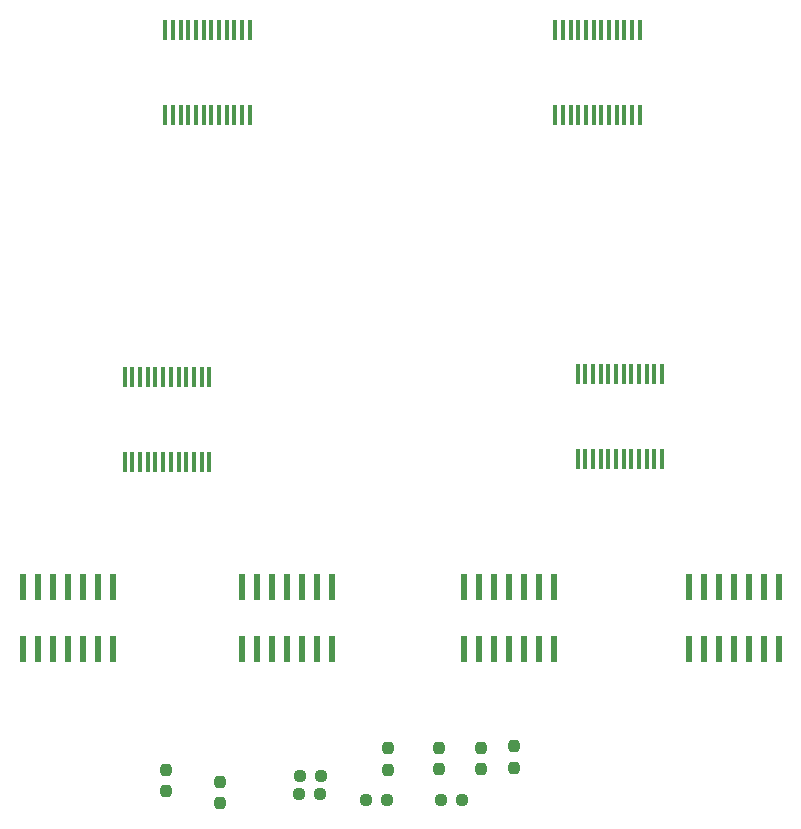
<source format=gbr>
%TF.GenerationSoftware,KiCad,Pcbnew,(7.0.0)*%
%TF.CreationDate,2024-03-05T12:29:29-03:00*%
%TF.ProjectId,pcb_peau_v1,7063625f-7065-4617-955f-76312e6b6963,rev?*%
%TF.SameCoordinates,Original*%
%TF.FileFunction,Paste,Top*%
%TF.FilePolarity,Positive*%
%FSLAX46Y46*%
G04 Gerber Fmt 4.6, Leading zero omitted, Abs format (unit mm)*
G04 Created by KiCad (PCBNEW (7.0.0)) date 2024-03-05 12:29:29*
%MOMM*%
%LPD*%
G01*
G04 APERTURE LIST*
G04 Aperture macros list*
%AMRoundRect*
0 Rectangle with rounded corners*
0 $1 Rounding radius*
0 $2 $3 $4 $5 $6 $7 $8 $9 X,Y pos of 4 corners*
0 Add a 4 corners polygon primitive as box body*
4,1,4,$2,$3,$4,$5,$6,$7,$8,$9,$2,$3,0*
0 Add four circle primitives for the rounded corners*
1,1,$1+$1,$2,$3*
1,1,$1+$1,$4,$5*
1,1,$1+$1,$6,$7*
1,1,$1+$1,$8,$9*
0 Add four rect primitives between the rounded corners*
20,1,$1+$1,$2,$3,$4,$5,0*
20,1,$1+$1,$4,$5,$6,$7,0*
20,1,$1+$1,$6,$7,$8,$9,0*
20,1,$1+$1,$8,$9,$2,$3,0*%
G04 Aperture macros list end*
%ADD10R,0.450000X1.750000*%
%ADD11RoundRect,0.237500X-0.237500X0.250000X-0.237500X-0.250000X0.237500X-0.250000X0.237500X0.250000X0*%
%ADD12R,0.600000X2.200000*%
%ADD13RoundRect,0.237500X0.250000X0.237500X-0.250000X0.237500X-0.250000X-0.237500X0.250000X-0.237500X0*%
%ADD14RoundRect,0.237500X-0.250000X-0.237500X0.250000X-0.237500X0.250000X0.237500X-0.250000X0.237500X0*%
%ADD15RoundRect,0.237500X0.237500X-0.250000X0.237500X0.250000X-0.237500X0.250000X-0.237500X-0.250000X0*%
G04 APERTURE END LIST*
D10*
%TO.C,U5*%
X222751999Y-87343999D03*
X223401999Y-87343999D03*
X224051999Y-87343999D03*
X224701999Y-87343999D03*
X225351999Y-87343999D03*
X226001999Y-87343999D03*
X226651999Y-87343999D03*
X227301999Y-87343999D03*
X227951999Y-87343999D03*
X228601999Y-87343999D03*
X229251999Y-87343999D03*
X229901999Y-87343999D03*
X229901999Y-80143999D03*
X229251999Y-80143999D03*
X228601999Y-80143999D03*
X227951999Y-80143999D03*
X227301999Y-80143999D03*
X226651999Y-80143999D03*
X226001999Y-80143999D03*
X225351999Y-80143999D03*
X224701999Y-80143999D03*
X224051999Y-80143999D03*
X223401999Y-80143999D03*
X222751999Y-80143999D03*
%TD*%
%TO.C,U6*%
X184416999Y-80441999D03*
X185066999Y-80441999D03*
X185716999Y-80441999D03*
X186366999Y-80441999D03*
X187016999Y-80441999D03*
X187666999Y-80441999D03*
X188316999Y-80441999D03*
X188966999Y-80441999D03*
X189616999Y-80441999D03*
X190266999Y-80441999D03*
X190916999Y-80441999D03*
X191566999Y-80441999D03*
X191566999Y-87641999D03*
X190916999Y-87641999D03*
X190266999Y-87641999D03*
X189616999Y-87641999D03*
X188966999Y-87641999D03*
X188316999Y-87641999D03*
X187666999Y-87641999D03*
X187016999Y-87641999D03*
X186366999Y-87641999D03*
X185716999Y-87641999D03*
X185066999Y-87641999D03*
X184416999Y-87641999D03*
%TD*%
D11*
%TO.C,R10*%
X187940000Y-113699000D03*
X187940000Y-115524000D03*
%TD*%
D10*
%TO.C,U3*%
X220866999Y-58209999D03*
X221516999Y-58209999D03*
X222166999Y-58209999D03*
X222816999Y-58209999D03*
X223466999Y-58209999D03*
X224116999Y-58209999D03*
X224766999Y-58209999D03*
X225416999Y-58209999D03*
X226066999Y-58209999D03*
X226716999Y-58209999D03*
X227366999Y-58209999D03*
X228016999Y-58209999D03*
X228016999Y-51009999D03*
X227366999Y-51009999D03*
X226716999Y-51009999D03*
X226066999Y-51009999D03*
X225416999Y-51009999D03*
X224766999Y-51009999D03*
X224116999Y-51009999D03*
X223466999Y-51009999D03*
X222816999Y-51009999D03*
X222166999Y-51009999D03*
X221516999Y-51009999D03*
X220866999Y-51009999D03*
%TD*%
D12*
%TO.C,U7*%
X183387999Y-98237999D03*
X182117999Y-98237999D03*
X180847999Y-98237999D03*
X179577999Y-98237999D03*
X178307999Y-98237999D03*
X177037999Y-98237999D03*
X175767999Y-98237999D03*
X175767999Y-103437999D03*
X177037999Y-103437999D03*
X178307999Y-103437999D03*
X179577999Y-103437999D03*
X180847999Y-103437999D03*
X182117999Y-103437999D03*
X183387999Y-103437999D03*
%TD*%
%TO.C,U8*%
X194309999Y-103437999D03*
X195579999Y-103437999D03*
X196849999Y-103437999D03*
X198119999Y-103437999D03*
X199389999Y-103437999D03*
X200659999Y-103437999D03*
X201929999Y-103437999D03*
X201929999Y-98237999D03*
X200659999Y-98237999D03*
X199389999Y-98237999D03*
X198119999Y-98237999D03*
X196849999Y-98237999D03*
X195579999Y-98237999D03*
X194309999Y-98237999D03*
%TD*%
D13*
%TO.C,R22*%
X206632500Y-116286000D03*
X204807500Y-116286000D03*
%TD*%
D12*
%TO.C,U2*%
X213105999Y-103437999D03*
X214375999Y-103437999D03*
X215645999Y-103437999D03*
X216915999Y-103437999D03*
X218185999Y-103437999D03*
X219455999Y-103437999D03*
X220725999Y-103437999D03*
X220725999Y-98237999D03*
X219455999Y-98237999D03*
X218185999Y-98237999D03*
X216915999Y-98237999D03*
X215645999Y-98237999D03*
X214375999Y-98237999D03*
X213105999Y-98237999D03*
%TD*%
D14*
%TO.C,R4*%
X211157500Y-116286000D03*
X212982500Y-116286000D03*
%TD*%
D12*
%TO.C,U9*%
X239775999Y-98237999D03*
X238505999Y-98237999D03*
X237235999Y-98237999D03*
X235965999Y-98237999D03*
X234695999Y-98237999D03*
X233425999Y-98237999D03*
X232155999Y-98237999D03*
X232155999Y-103437999D03*
X233425999Y-103437999D03*
X234695999Y-103437999D03*
X235965999Y-103437999D03*
X237235999Y-103437999D03*
X238505999Y-103437999D03*
X239775999Y-103437999D03*
%TD*%
D11*
%TO.C,R9*%
X211054000Y-111817500D03*
X211054000Y-113642500D03*
%TD*%
%TO.C,R8*%
X192512000Y-114715000D03*
X192512000Y-116540000D03*
%TD*%
%TO.C,R21*%
X217404000Y-111714000D03*
X217404000Y-113539000D03*
%TD*%
D15*
%TO.C,R23*%
X214610000Y-113642500D03*
X214610000Y-111817500D03*
%TD*%
D10*
%TO.C,U4*%
X187846999Y-58209999D03*
X188496999Y-58209999D03*
X189146999Y-58209999D03*
X189796999Y-58209999D03*
X190446999Y-58209999D03*
X191096999Y-58209999D03*
X191746999Y-58209999D03*
X192396999Y-58209999D03*
X193046999Y-58209999D03*
X193696999Y-58209999D03*
X194346999Y-58209999D03*
X194996999Y-58209999D03*
X194996999Y-51009999D03*
X194346999Y-51009999D03*
X193696999Y-51009999D03*
X193046999Y-51009999D03*
X192396999Y-51009999D03*
X191746999Y-51009999D03*
X191096999Y-51009999D03*
X190446999Y-51009999D03*
X189796999Y-51009999D03*
X189146999Y-51009999D03*
X188496999Y-51009999D03*
X187846999Y-51009999D03*
%TD*%
D15*
%TO.C,R11*%
X206736000Y-113689500D03*
X206736000Y-111864500D03*
%TD*%
D14*
%TO.C,R20*%
X199219500Y-114254000D03*
X201044500Y-114254000D03*
%TD*%
D13*
%TO.C,R25*%
X200957000Y-115716500D03*
X199132000Y-115716500D03*
%TD*%
M02*

</source>
